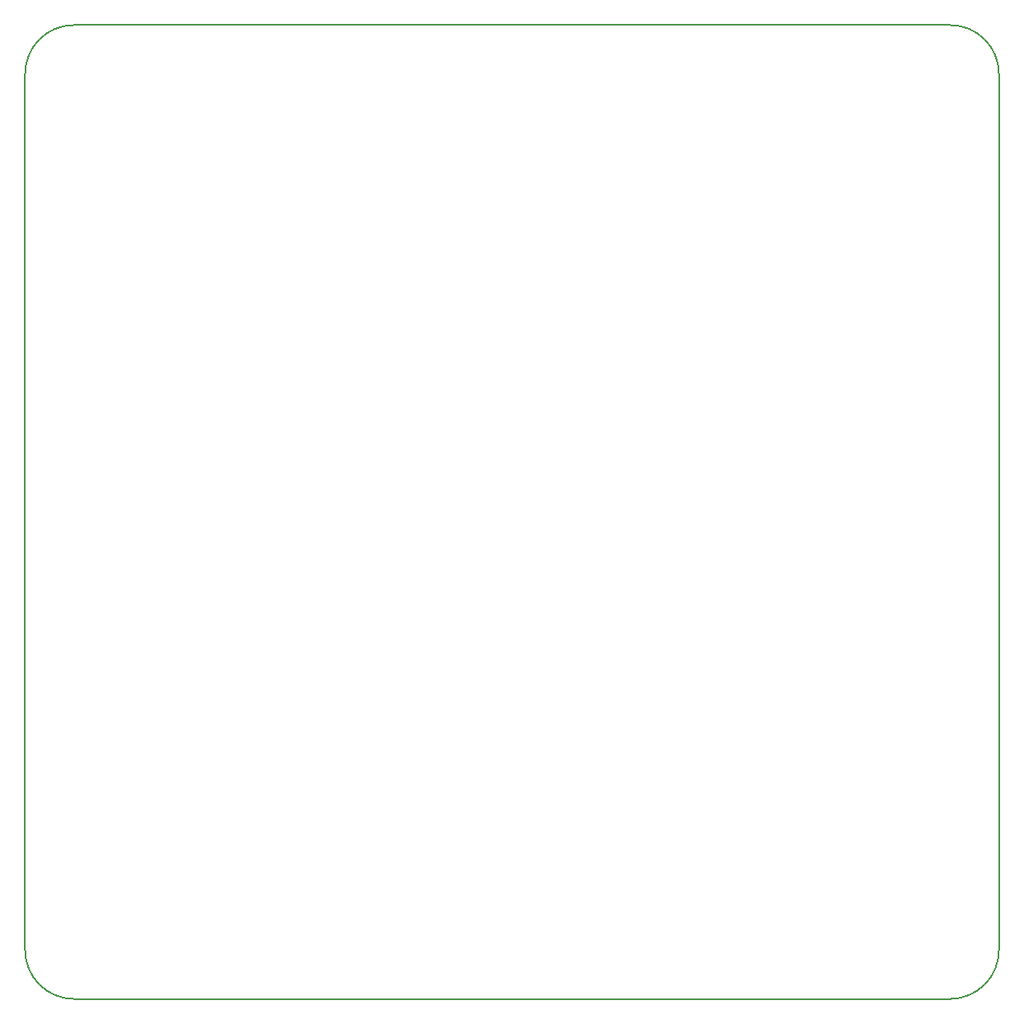
<source format=gbr>
G04 #@! TF.GenerationSoftware,KiCad,Pcbnew,(5.0.1)-4*
G04 #@! TF.CreationDate,2018-11-23T22:53:54+01:00*
G04 #@! TF.ProjectId,Flips5,466C697073352E6B696361645F706362,V1.0*
G04 #@! TF.SameCoordinates,Original*
G04 #@! TF.FileFunction,Profile,NP*
%FSLAX46Y46*%
G04 Gerber Fmt 4.6, Leading zero omitted, Abs format (unit mm)*
G04 Created by KiCad (PCBNEW (5.0.1)-4) date 23.11.2018 22:53:54*
%MOMM*%
%LPD*%
G01*
G04 APERTURE LIST*
%ADD10C,0.150000*%
G04 APERTURE END LIST*
D10*
X55800000Y-150800000D02*
G75*
G02X50800000Y-145800000I0J5000000D01*
G01*
X150800000Y-145800000D02*
G75*
G02X145800000Y-150800000I-5000000J0D01*
G01*
X145800000Y-50800000D02*
G75*
G02X150800000Y-55800000I0J-5000000D01*
G01*
X50800000Y-55800000D02*
G75*
G02X55800000Y-50800000I5000000J0D01*
G01*
X150800000Y-145800000D02*
X150800000Y-55800000D01*
X55800000Y-150800000D02*
X145800000Y-150800000D01*
X50800000Y-55800000D02*
X50800000Y-145800000D01*
X55800000Y-50800000D02*
X145800000Y-50800000D01*
M02*

</source>
